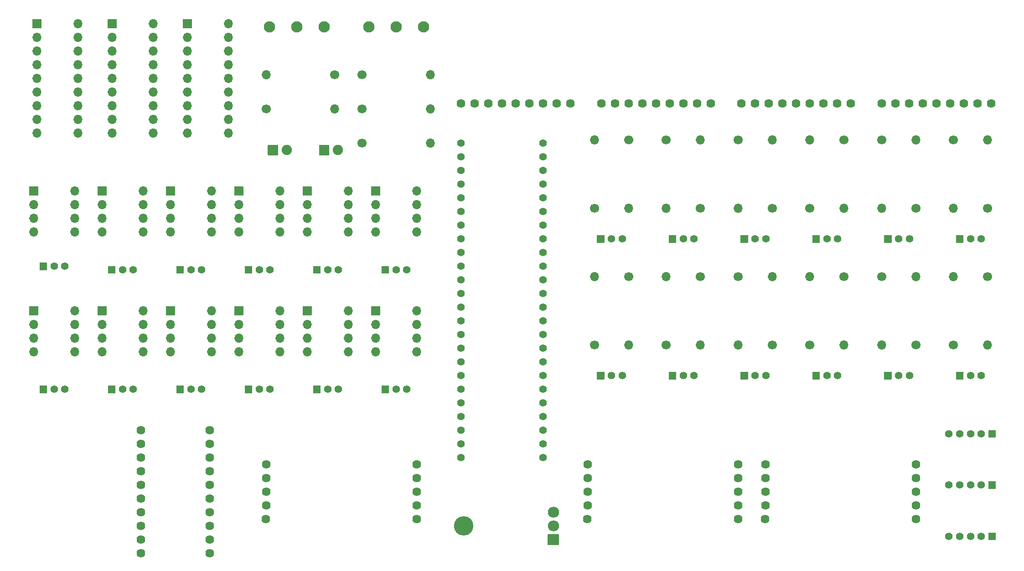
<source format=gbs>
%TF.GenerationSoftware,KiCad,Pcbnew,(5.1.10)-1*%
%TF.CreationDate,2021-07-09T21:45:07-04:00*%
%TF.ProjectId,CaelusPCB,4361656c-7573-4504-9342-2e6b69636164,v02*%
%TF.SameCoordinates,Original*%
%TF.FileFunction,Soldermask,Bot*%
%TF.FilePolarity,Negative*%
%FSLAX46Y46*%
G04 Gerber Fmt 4.6, Leading zero omitted, Abs format (unit mm)*
G04 Created by KiCad (PCBNEW (5.1.10)-1) date 2021-07-09 21:45:07*
%MOMM*%
%LPD*%
G01*
G04 APERTURE LIST*
%ADD10C,1.624000*%
%ADD11C,1.408000*%
%ADD12O,1.700000X1.700000*%
%ADD13C,1.700000*%
%ADD14C,1.900000*%
%ADD15C,1.420800*%
%ADD16O,3.600000X3.600000*%
%ADD17O,2.100000X2.005000*%
%ADD18C,2.100000*%
G04 APERTURE END LIST*
D10*
%TO.C,U56*%
X75167020Y-114235820D03*
X75167020Y-116775820D03*
X75167020Y-119315820D03*
X75167020Y-121855820D03*
X75167020Y-124395820D03*
X75167020Y-126935820D03*
X75167020Y-129475820D03*
X75167020Y-132015820D03*
X75167020Y-134555820D03*
X75167020Y-137095820D03*
X87967020Y-137095820D03*
X87967020Y-134555820D03*
X87967020Y-132015820D03*
X87967020Y-129475820D03*
X87967020Y-126935820D03*
X87967020Y-124395820D03*
X87967020Y-121855820D03*
X87967020Y-119315820D03*
X87967020Y-116775820D03*
X87967020Y-114235820D03*
%TD*%
D11*
%TO.C,J3*%
X225222000Y-124460000D03*
X227228000Y-124460000D03*
X229235000Y-124460000D03*
X231242000Y-124460000D03*
G36*
G01*
X232544000Y-125114000D02*
X232544000Y-123806000D01*
G75*
G02*
X232594000Y-123756000I50000J0D01*
G01*
X233902000Y-123756000D01*
G75*
G02*
X233952000Y-123806000I0J-50000D01*
G01*
X233952000Y-125114000D01*
G75*
G02*
X233902000Y-125164000I-50000J0D01*
G01*
X232594000Y-125164000D01*
G75*
G02*
X232544000Y-125114000I0J50000D01*
G01*
G37*
%TD*%
%TO.C,J2*%
X225222000Y-133985000D03*
X227228000Y-133985000D03*
X229235000Y-133985000D03*
X231242000Y-133985000D03*
G36*
G01*
X232544000Y-134639000D02*
X232544000Y-133331000D01*
G75*
G02*
X232594000Y-133281000I50000J0D01*
G01*
X233902000Y-133281000D01*
G75*
G02*
X233952000Y-133331000I0J-50000D01*
G01*
X233952000Y-134639000D01*
G75*
G02*
X233902000Y-134689000I-50000J0D01*
G01*
X232594000Y-134689000D01*
G75*
G02*
X232544000Y-134639000I0J50000D01*
G01*
G37*
%TD*%
%TO.C,J1*%
X225222000Y-114935000D03*
X227228000Y-114935000D03*
X229235000Y-114935000D03*
X231242000Y-114935000D03*
G36*
G01*
X232544000Y-115589000D02*
X232544000Y-114281000D01*
G75*
G02*
X232594000Y-114231000I50000J0D01*
G01*
X233902000Y-114231000D01*
G75*
G02*
X233952000Y-114281000I0J-50000D01*
G01*
X233952000Y-115589000D01*
G75*
G02*
X233902000Y-115639000I-50000J0D01*
G01*
X232594000Y-115639000D01*
G75*
G02*
X232544000Y-115589000I0J50000D01*
G01*
G37*
%TD*%
D12*
%TO.C,R3*%
X111125000Y-54610000D03*
D13*
X98425000Y-54610000D03*
%TD*%
D12*
%TO.C,R17*%
X128905000Y-60960000D03*
D13*
X116205000Y-60960000D03*
%TD*%
D12*
%TO.C,R10*%
X128905000Y-54610000D03*
D13*
X116205000Y-54610000D03*
%TD*%
D14*
%TO.C,D2*%
X111760000Y-62230000D03*
G36*
G01*
X108270000Y-63130000D02*
X108270000Y-61330000D01*
G75*
G02*
X108320000Y-61280000I50000J0D01*
G01*
X110120000Y-61280000D01*
G75*
G02*
X110170000Y-61330000I0J-50000D01*
G01*
X110170000Y-63130000D01*
G75*
G02*
X110120000Y-63180000I-50000J0D01*
G01*
X108320000Y-63180000D01*
G75*
G02*
X108270000Y-63130000I0J50000D01*
G01*
G37*
%TD*%
%TO.C,D1*%
X102235000Y-62230000D03*
G36*
G01*
X98745000Y-63130000D02*
X98745000Y-61330000D01*
G75*
G02*
X98795000Y-61280000I50000J0D01*
G01*
X100595000Y-61280000D01*
G75*
G02*
X100645000Y-61330000I0J-50000D01*
G01*
X100645000Y-63130000D01*
G75*
G02*
X100595000Y-63180000I-50000J0D01*
G01*
X98795000Y-63180000D01*
G75*
G02*
X98745000Y-63130000I0J50000D01*
G01*
G37*
%TD*%
D15*
%TO.C,U23*%
X149860000Y-60960000D03*
X149860000Y-63500000D03*
X149860000Y-66040000D03*
X149860000Y-68580000D03*
X149860000Y-71120000D03*
X149860000Y-73660000D03*
X149860000Y-76200000D03*
X149860000Y-78740000D03*
X149860000Y-81280000D03*
X149860000Y-83820000D03*
X149860000Y-86360000D03*
X149860000Y-88900000D03*
X149860000Y-91440000D03*
X149860000Y-93980000D03*
X149860000Y-96520000D03*
X149860000Y-99060000D03*
X149860000Y-101600000D03*
X149860000Y-104140000D03*
X149860000Y-106680000D03*
X149860000Y-109220000D03*
X149860000Y-111760000D03*
X149860000Y-114300000D03*
X149860000Y-116840000D03*
X149860000Y-119380000D03*
X134620000Y-60960000D03*
X134620000Y-63500000D03*
X134620000Y-66040000D03*
X134620000Y-68580000D03*
X134620000Y-71120000D03*
X134620000Y-73660000D03*
X134620000Y-76200000D03*
X134620000Y-78740000D03*
X134620000Y-81280000D03*
X134620000Y-83820000D03*
X134620000Y-86360000D03*
X134620000Y-88900000D03*
X134620000Y-91440000D03*
X134620000Y-93980000D03*
X134620000Y-96520000D03*
X134620000Y-99060000D03*
X134620000Y-101600000D03*
X134620000Y-104140000D03*
X134620000Y-106680000D03*
X134620000Y-109220000D03*
X134620000Y-111760000D03*
X134620000Y-114300000D03*
X134620000Y-116840000D03*
X134620000Y-119380000D03*
%TD*%
%TO.C,J27*%
G36*
G01*
X161257000Y-103486000D02*
X161257000Y-104794000D01*
G75*
G02*
X161207000Y-104844000I-50000J0D01*
G01*
X159899000Y-104844000D01*
G75*
G02*
X159849000Y-104794000I0J50000D01*
G01*
X159849000Y-103486000D01*
G75*
G02*
X159899000Y-103436000I50000J0D01*
G01*
X161207000Y-103436000D01*
G75*
G02*
X161257000Y-103486000I0J-50000D01*
G01*
G37*
D11*
X162560000Y-104140000D03*
X164567000Y-104140000D03*
%TD*%
%TO.C,J26*%
G36*
G01*
X174592000Y-103486000D02*
X174592000Y-104794000D01*
G75*
G02*
X174542000Y-104844000I-50000J0D01*
G01*
X173234000Y-104844000D01*
G75*
G02*
X173184000Y-104794000I0J50000D01*
G01*
X173184000Y-103486000D01*
G75*
G02*
X173234000Y-103436000I50000J0D01*
G01*
X174542000Y-103436000D01*
G75*
G02*
X174592000Y-103486000I0J-50000D01*
G01*
G37*
X175895000Y-104140000D03*
X177902000Y-104140000D03*
%TD*%
%TO.C,J25*%
G36*
G01*
X201262000Y-103486000D02*
X201262000Y-104794000D01*
G75*
G02*
X201212000Y-104844000I-50000J0D01*
G01*
X199904000Y-104844000D01*
G75*
G02*
X199854000Y-104794000I0J50000D01*
G01*
X199854000Y-103486000D01*
G75*
G02*
X199904000Y-103436000I50000J0D01*
G01*
X201212000Y-103436000D01*
G75*
G02*
X201262000Y-103486000I0J-50000D01*
G01*
G37*
X202565000Y-104140000D03*
X204572000Y-104140000D03*
%TD*%
%TO.C,J24*%
G36*
G01*
X227932000Y-103486000D02*
X227932000Y-104794000D01*
G75*
G02*
X227882000Y-104844000I-50000J0D01*
G01*
X226574000Y-104844000D01*
G75*
G02*
X226524000Y-104794000I0J50000D01*
G01*
X226524000Y-103486000D01*
G75*
G02*
X226574000Y-103436000I50000J0D01*
G01*
X227882000Y-103436000D01*
G75*
G02*
X227932000Y-103486000I0J-50000D01*
G01*
G37*
X229235000Y-104140000D03*
X231242000Y-104140000D03*
%TD*%
%TO.C,J23*%
G36*
G01*
X201262000Y-78086000D02*
X201262000Y-79394000D01*
G75*
G02*
X201212000Y-79444000I-50000J0D01*
G01*
X199904000Y-79444000D01*
G75*
G02*
X199854000Y-79394000I0J50000D01*
G01*
X199854000Y-78086000D01*
G75*
G02*
X199904000Y-78036000I50000J0D01*
G01*
X201212000Y-78036000D01*
G75*
G02*
X201262000Y-78086000I0J-50000D01*
G01*
G37*
X202565000Y-78740000D03*
X204572000Y-78740000D03*
%TD*%
%TO.C,J22*%
G36*
G01*
X161257000Y-78086000D02*
X161257000Y-79394000D01*
G75*
G02*
X161207000Y-79444000I-50000J0D01*
G01*
X159899000Y-79444000D01*
G75*
G02*
X159849000Y-79394000I0J50000D01*
G01*
X159849000Y-78086000D01*
G75*
G02*
X159899000Y-78036000I50000J0D01*
G01*
X161207000Y-78036000D01*
G75*
G02*
X161257000Y-78086000I0J-50000D01*
G01*
G37*
X162560000Y-78740000D03*
X164567000Y-78740000D03*
%TD*%
%TO.C,J21*%
G36*
G01*
X227932000Y-78086000D02*
X227932000Y-79394000D01*
G75*
G02*
X227882000Y-79444000I-50000J0D01*
G01*
X226574000Y-79444000D01*
G75*
G02*
X226524000Y-79394000I0J50000D01*
G01*
X226524000Y-78086000D01*
G75*
G02*
X226574000Y-78036000I50000J0D01*
G01*
X227882000Y-78036000D01*
G75*
G02*
X227932000Y-78086000I0J-50000D01*
G01*
G37*
X229235000Y-78740000D03*
X231242000Y-78740000D03*
%TD*%
%TO.C,J20*%
G36*
G01*
X187927000Y-103486000D02*
X187927000Y-104794000D01*
G75*
G02*
X187877000Y-104844000I-50000J0D01*
G01*
X186569000Y-104844000D01*
G75*
G02*
X186519000Y-104794000I0J50000D01*
G01*
X186519000Y-103486000D01*
G75*
G02*
X186569000Y-103436000I50000J0D01*
G01*
X187877000Y-103436000D01*
G75*
G02*
X187927000Y-103486000I0J-50000D01*
G01*
G37*
X189230000Y-104140000D03*
X191237000Y-104140000D03*
%TD*%
%TO.C,J19*%
G36*
G01*
X214597000Y-103486000D02*
X214597000Y-104794000D01*
G75*
G02*
X214547000Y-104844000I-50000J0D01*
G01*
X213239000Y-104844000D01*
G75*
G02*
X213189000Y-104794000I0J50000D01*
G01*
X213189000Y-103486000D01*
G75*
G02*
X213239000Y-103436000I50000J0D01*
G01*
X214547000Y-103436000D01*
G75*
G02*
X214597000Y-103486000I0J-50000D01*
G01*
G37*
X215900000Y-104140000D03*
X217907000Y-104140000D03*
%TD*%
%TO.C,J18*%
G36*
G01*
X214597000Y-78086000D02*
X214597000Y-79394000D01*
G75*
G02*
X214547000Y-79444000I-50000J0D01*
G01*
X213239000Y-79444000D01*
G75*
G02*
X213189000Y-79394000I0J50000D01*
G01*
X213189000Y-78086000D01*
G75*
G02*
X213239000Y-78036000I50000J0D01*
G01*
X214547000Y-78036000D01*
G75*
G02*
X214597000Y-78086000I0J-50000D01*
G01*
G37*
X215900000Y-78740000D03*
X217907000Y-78740000D03*
%TD*%
%TO.C,J17*%
G36*
G01*
X187927000Y-78086000D02*
X187927000Y-79394000D01*
G75*
G02*
X187877000Y-79444000I-50000J0D01*
G01*
X186569000Y-79444000D01*
G75*
G02*
X186519000Y-79394000I0J50000D01*
G01*
X186519000Y-78086000D01*
G75*
G02*
X186569000Y-78036000I50000J0D01*
G01*
X187877000Y-78036000D01*
G75*
G02*
X187927000Y-78086000I0J-50000D01*
G01*
G37*
X189230000Y-78740000D03*
X191237000Y-78740000D03*
%TD*%
%TO.C,J16*%
G36*
G01*
X174592000Y-78086000D02*
X174592000Y-79394000D01*
G75*
G02*
X174542000Y-79444000I-50000J0D01*
G01*
X173234000Y-79444000D01*
G75*
G02*
X173184000Y-79394000I0J50000D01*
G01*
X173184000Y-78086000D01*
G75*
G02*
X173234000Y-78036000I50000J0D01*
G01*
X174542000Y-78036000D01*
G75*
G02*
X174592000Y-78086000I0J-50000D01*
G01*
G37*
X175895000Y-78740000D03*
X177902000Y-78740000D03*
%TD*%
%TO.C,J15*%
X61062000Y-106680000D03*
X59055000Y-106680000D03*
G36*
G01*
X57752000Y-106026000D02*
X57752000Y-107334000D01*
G75*
G02*
X57702000Y-107384000I-50000J0D01*
G01*
X56394000Y-107384000D01*
G75*
G02*
X56344000Y-107334000I0J50000D01*
G01*
X56344000Y-106026000D01*
G75*
G02*
X56394000Y-105976000I50000J0D01*
G01*
X57702000Y-105976000D01*
G75*
G02*
X57752000Y-106026000I0J-50000D01*
G01*
G37*
%TD*%
%TO.C,J14*%
X124562000Y-106680000D03*
X122555000Y-106680000D03*
G36*
G01*
X121252000Y-106026000D02*
X121252000Y-107334000D01*
G75*
G02*
X121202000Y-107384000I-50000J0D01*
G01*
X119894000Y-107384000D01*
G75*
G02*
X119844000Y-107334000I0J50000D01*
G01*
X119844000Y-106026000D01*
G75*
G02*
X119894000Y-105976000I50000J0D01*
G01*
X121202000Y-105976000D01*
G75*
G02*
X121252000Y-106026000I0J-50000D01*
G01*
G37*
%TD*%
%TO.C,J13*%
X111862000Y-106680000D03*
X109855000Y-106680000D03*
G36*
G01*
X108552000Y-106026000D02*
X108552000Y-107334000D01*
G75*
G02*
X108502000Y-107384000I-50000J0D01*
G01*
X107194000Y-107384000D01*
G75*
G02*
X107144000Y-107334000I0J50000D01*
G01*
X107144000Y-106026000D01*
G75*
G02*
X107194000Y-105976000I50000J0D01*
G01*
X108502000Y-105976000D01*
G75*
G02*
X108552000Y-106026000I0J-50000D01*
G01*
G37*
%TD*%
%TO.C,J12*%
X99162000Y-106680000D03*
X97155000Y-106680000D03*
G36*
G01*
X95852000Y-106026000D02*
X95852000Y-107334000D01*
G75*
G02*
X95802000Y-107384000I-50000J0D01*
G01*
X94494000Y-107384000D01*
G75*
G02*
X94444000Y-107334000I0J50000D01*
G01*
X94444000Y-106026000D01*
G75*
G02*
X94494000Y-105976000I50000J0D01*
G01*
X95802000Y-105976000D01*
G75*
G02*
X95852000Y-106026000I0J-50000D01*
G01*
G37*
%TD*%
%TO.C,J11*%
X86462000Y-106680000D03*
X84455000Y-106680000D03*
G36*
G01*
X83152000Y-106026000D02*
X83152000Y-107334000D01*
G75*
G02*
X83102000Y-107384000I-50000J0D01*
G01*
X81794000Y-107384000D01*
G75*
G02*
X81744000Y-107334000I0J50000D01*
G01*
X81744000Y-106026000D01*
G75*
G02*
X81794000Y-105976000I50000J0D01*
G01*
X83102000Y-105976000D01*
G75*
G02*
X83152000Y-106026000I0J-50000D01*
G01*
G37*
%TD*%
%TO.C,J10*%
X73762000Y-106680000D03*
X71755000Y-106680000D03*
G36*
G01*
X70452000Y-106026000D02*
X70452000Y-107334000D01*
G75*
G02*
X70402000Y-107384000I-50000J0D01*
G01*
X69094000Y-107384000D01*
G75*
G02*
X69044000Y-107334000I0J50000D01*
G01*
X69044000Y-106026000D01*
G75*
G02*
X69094000Y-105976000I50000J0D01*
G01*
X70402000Y-105976000D01*
G75*
G02*
X70452000Y-106026000I0J-50000D01*
G01*
G37*
%TD*%
%TO.C,J9*%
X73762000Y-84455000D03*
X71755000Y-84455000D03*
G36*
G01*
X70452000Y-83801000D02*
X70452000Y-85109000D01*
G75*
G02*
X70402000Y-85159000I-50000J0D01*
G01*
X69094000Y-85159000D01*
G75*
G02*
X69044000Y-85109000I0J50000D01*
G01*
X69044000Y-83801000D01*
G75*
G02*
X69094000Y-83751000I50000J0D01*
G01*
X70402000Y-83751000D01*
G75*
G02*
X70452000Y-83801000I0J-50000D01*
G01*
G37*
%TD*%
%TO.C,J8*%
X61062000Y-83820000D03*
X59055000Y-83820000D03*
G36*
G01*
X57752000Y-83166000D02*
X57752000Y-84474000D01*
G75*
G02*
X57702000Y-84524000I-50000J0D01*
G01*
X56394000Y-84524000D01*
G75*
G02*
X56344000Y-84474000I0J50000D01*
G01*
X56344000Y-83166000D01*
G75*
G02*
X56394000Y-83116000I50000J0D01*
G01*
X57702000Y-83116000D01*
G75*
G02*
X57752000Y-83166000I0J-50000D01*
G01*
G37*
%TD*%
%TO.C,J7*%
X86462000Y-84455000D03*
X84455000Y-84455000D03*
G36*
G01*
X83152000Y-83801000D02*
X83152000Y-85109000D01*
G75*
G02*
X83102000Y-85159000I-50000J0D01*
G01*
X81794000Y-85159000D01*
G75*
G02*
X81744000Y-85109000I0J50000D01*
G01*
X81744000Y-83801000D01*
G75*
G02*
X81794000Y-83751000I50000J0D01*
G01*
X83102000Y-83751000D01*
G75*
G02*
X83152000Y-83801000I0J-50000D01*
G01*
G37*
%TD*%
%TO.C,J6*%
X99162000Y-84455000D03*
X97155000Y-84455000D03*
G36*
G01*
X95852000Y-83801000D02*
X95852000Y-85109000D01*
G75*
G02*
X95802000Y-85159000I-50000J0D01*
G01*
X94494000Y-85159000D01*
G75*
G02*
X94444000Y-85109000I0J50000D01*
G01*
X94444000Y-83801000D01*
G75*
G02*
X94494000Y-83751000I50000J0D01*
G01*
X95802000Y-83751000D01*
G75*
G02*
X95852000Y-83801000I0J-50000D01*
G01*
G37*
%TD*%
%TO.C,J5*%
X111862000Y-84455000D03*
X109855000Y-84455000D03*
G36*
G01*
X108552000Y-83801000D02*
X108552000Y-85109000D01*
G75*
G02*
X108502000Y-85159000I-50000J0D01*
G01*
X107194000Y-85159000D01*
G75*
G02*
X107144000Y-85109000I0J50000D01*
G01*
X107144000Y-83801000D01*
G75*
G02*
X107194000Y-83751000I50000J0D01*
G01*
X108502000Y-83751000D01*
G75*
G02*
X108552000Y-83801000I0J-50000D01*
G01*
G37*
%TD*%
%TO.C,J4*%
X124562000Y-84455000D03*
X122555000Y-84455000D03*
G36*
G01*
X121252000Y-83801000D02*
X121252000Y-85109000D01*
G75*
G02*
X121202000Y-85159000I-50000J0D01*
G01*
X119894000Y-85159000D01*
G75*
G02*
X119844000Y-85109000I0J50000D01*
G01*
X119844000Y-83801000D01*
G75*
G02*
X119894000Y-83751000I50000J0D01*
G01*
X121202000Y-83751000D01*
G75*
G02*
X121252000Y-83801000I0J-50000D01*
G01*
G37*
%TD*%
D10*
%TO.C,U1*%
X160655000Y-53594000D03*
X163195000Y-53594000D03*
X165735000Y-53594000D03*
X168275000Y-53594000D03*
X170815000Y-53594000D03*
X173355000Y-53594000D03*
X175895000Y-53594000D03*
X178435000Y-53594000D03*
X180975000Y-53594000D03*
%TD*%
%TO.C,U18*%
X207010000Y-53594000D03*
X204470000Y-53594000D03*
X201930000Y-53594000D03*
X199390000Y-53594000D03*
X196850000Y-53594000D03*
X194310000Y-53594000D03*
X191770000Y-53594000D03*
X189230000Y-53594000D03*
X186690000Y-53594000D03*
%TD*%
D12*
%TO.C,U22*%
X100965000Y-92075000D03*
X93345000Y-99695000D03*
X100965000Y-94615000D03*
X93345000Y-97155000D03*
X100965000Y-97155000D03*
X93345000Y-94615000D03*
X100965000Y-99695000D03*
G36*
G01*
X92495000Y-92875000D02*
X92495000Y-91275000D01*
G75*
G02*
X92545000Y-91225000I50000J0D01*
G01*
X94145000Y-91225000D01*
G75*
G02*
X94195000Y-91275000I0J-50000D01*
G01*
X94195000Y-92875000D01*
G75*
G02*
X94145000Y-92925000I-50000J0D01*
G01*
X92545000Y-92925000D01*
G75*
G02*
X92495000Y-92875000I0J50000D01*
G01*
G37*
%TD*%
D10*
%TO.C,U15*%
X134620000Y-53594000D03*
X137160000Y-53594000D03*
X139700000Y-53594000D03*
X142240000Y-53594000D03*
X144780000Y-53594000D03*
X147320000Y-53594000D03*
X149860000Y-53594000D03*
X152400000Y-53594000D03*
X154940000Y-53594000D03*
%TD*%
%TO.C,U58*%
G36*
G01*
X79795000Y-92875000D02*
X79795000Y-91275000D01*
G75*
G02*
X79845000Y-91225000I50000J0D01*
G01*
X81445000Y-91225000D01*
G75*
G02*
X81495000Y-91275000I0J-50000D01*
G01*
X81495000Y-92875000D01*
G75*
G02*
X81445000Y-92925000I-50000J0D01*
G01*
X79845000Y-92925000D01*
G75*
G02*
X79795000Y-92875000I0J50000D01*
G01*
G37*
D12*
X88265000Y-99695000D03*
X80645000Y-94615000D03*
X88265000Y-97155000D03*
X80645000Y-97155000D03*
X88265000Y-94615000D03*
X80645000Y-99695000D03*
X88265000Y-92075000D03*
%TD*%
D10*
%TO.C,U33*%
X233045000Y-53594000D03*
X230505000Y-53594000D03*
X227965000Y-53594000D03*
X225425000Y-53594000D03*
X222885000Y-53594000D03*
X220345000Y-53594000D03*
X217805000Y-53594000D03*
X215265000Y-53594000D03*
X212725000Y-53594000D03*
%TD*%
%TO.C,U54*%
G36*
G01*
X67095000Y-92875000D02*
X67095000Y-91275000D01*
G75*
G02*
X67145000Y-91225000I50000J0D01*
G01*
X68745000Y-91225000D01*
G75*
G02*
X68795000Y-91275000I0J-50000D01*
G01*
X68795000Y-92875000D01*
G75*
G02*
X68745000Y-92925000I-50000J0D01*
G01*
X67145000Y-92925000D01*
G75*
G02*
X67095000Y-92875000I0J50000D01*
G01*
G37*
D12*
X75565000Y-99695000D03*
X67945000Y-94615000D03*
X75565000Y-97155000D03*
X67945000Y-97155000D03*
X75565000Y-94615000D03*
X67945000Y-99695000D03*
X75565000Y-92075000D03*
%TD*%
D10*
%TO.C,U46*%
X158115000Y-123190000D03*
X158115000Y-125730000D03*
X158115000Y-128270000D03*
X158105000Y-130810000D03*
X158115000Y-120650000D03*
X186055000Y-120650000D03*
X186055000Y-123190000D03*
X186055000Y-125730000D03*
X186055000Y-128270000D03*
X186055000Y-130810000D03*
%TD*%
D12*
%TO.C,R1*%
X128905000Y-48260000D03*
D13*
X116205000Y-48260000D03*
%TD*%
%TO.C,R2*%
X111125000Y-48260000D03*
D12*
X98425000Y-48260000D03*
%TD*%
%TO.C,R4*%
X219075000Y-60325000D03*
D13*
X219075000Y-73025000D03*
%TD*%
D12*
%TO.C,R5*%
X219075000Y-85725000D03*
D13*
X219075000Y-98425000D03*
%TD*%
%TO.C,R6*%
X179070000Y-73025000D03*
D12*
X179070000Y-60325000D03*
%TD*%
%TO.C,R7*%
X192405000Y-60325000D03*
D13*
X192405000Y-73025000D03*
%TD*%
D12*
%TO.C,R8*%
X232410000Y-60325000D03*
D13*
X232410000Y-73025000D03*
%TD*%
%TO.C,R9*%
X192405000Y-98425000D03*
D12*
X192405000Y-85725000D03*
%TD*%
D13*
%TO.C,R11*%
X186055000Y-60325000D03*
D12*
X186055000Y-73025000D03*
%TD*%
D13*
%TO.C,R12*%
X212725000Y-60325000D03*
D12*
X212725000Y-73025000D03*
%TD*%
D13*
%TO.C,R13*%
X212725000Y-85725000D03*
D12*
X212725000Y-98425000D03*
%TD*%
D13*
%TO.C,R14*%
X226060000Y-60325000D03*
D12*
X226060000Y-73025000D03*
%TD*%
%TO.C,R15*%
X172720000Y-73025000D03*
D13*
X172720000Y-60325000D03*
%TD*%
D12*
%TO.C,R16*%
X186055000Y-98425000D03*
D13*
X186055000Y-85725000D03*
%TD*%
%TO.C,R19*%
X159385000Y-73025000D03*
D12*
X159385000Y-60325000D03*
%TD*%
%TO.C,R20*%
X199390000Y-60325000D03*
D13*
X199390000Y-73025000D03*
%TD*%
D12*
%TO.C,R21*%
X226060000Y-85725000D03*
D13*
X226060000Y-98425000D03*
%TD*%
D12*
%TO.C,R22*%
X199390000Y-85725000D03*
D13*
X199390000Y-98425000D03*
%TD*%
%TO.C,R23*%
X172720000Y-98425000D03*
D12*
X172720000Y-85725000D03*
%TD*%
D13*
%TO.C,R24*%
X159385000Y-98425000D03*
D12*
X159385000Y-85725000D03*
%TD*%
%TO.C,R26*%
X165735000Y-73025000D03*
D13*
X165735000Y-60325000D03*
%TD*%
%TO.C,R27*%
X205740000Y-60325000D03*
D12*
X205740000Y-73025000D03*
%TD*%
D13*
%TO.C,R28*%
X232410000Y-85725000D03*
D12*
X232410000Y-98425000D03*
%TD*%
%TO.C,R29*%
X205740000Y-98425000D03*
D13*
X205740000Y-85725000D03*
%TD*%
D12*
%TO.C,R30*%
X179070000Y-98425000D03*
D13*
X179070000Y-85725000D03*
%TD*%
D12*
%TO.C,R31*%
X165735000Y-98425000D03*
D13*
X165735000Y-85725000D03*
%TD*%
D16*
%TO.C,U3*%
X135105000Y-132080000D03*
G36*
G01*
X152765000Y-135622500D02*
X150765000Y-135622500D01*
G75*
G02*
X150715000Y-135572500I0J50000D01*
G01*
X150715000Y-133667500D01*
G75*
G02*
X150765000Y-133617500I50000J0D01*
G01*
X152765000Y-133617500D01*
G75*
G02*
X152815000Y-133667500I0J-50000D01*
G01*
X152815000Y-135572500D01*
G75*
G02*
X152765000Y-135622500I-50000J0D01*
G01*
G37*
D17*
X151765000Y-132080000D03*
X151765000Y-129540000D03*
%TD*%
D18*
%TO.C,U16*%
X117475000Y-39370000D03*
X122555000Y-39370000D03*
X127635000Y-39370000D03*
%TD*%
%TO.C,U17*%
X109220000Y-39370000D03*
X104140000Y-39370000D03*
X99060000Y-39370000D03*
%TD*%
%TO.C,U19*%
G36*
G01*
X82970000Y-39535000D02*
X82970000Y-37935000D01*
G75*
G02*
X83020000Y-37885000I50000J0D01*
G01*
X84620000Y-37885000D01*
G75*
G02*
X84670000Y-37935000I0J-50000D01*
G01*
X84670000Y-39535000D01*
G75*
G02*
X84620000Y-39585000I-50000J0D01*
G01*
X83020000Y-39585000D01*
G75*
G02*
X82970000Y-39535000I0J50000D01*
G01*
G37*
D12*
X91440000Y-59055000D03*
X83820000Y-41275000D03*
X91440000Y-56515000D03*
X83820000Y-43815000D03*
X91440000Y-53975000D03*
X83820000Y-46355000D03*
X91440000Y-51435000D03*
X83820000Y-48895000D03*
X91440000Y-48895000D03*
X83820000Y-51435000D03*
X91440000Y-46355000D03*
X83820000Y-53975000D03*
X91440000Y-43815000D03*
X83820000Y-56515000D03*
X91440000Y-41275000D03*
X83820000Y-59055000D03*
X91440000Y-38735000D03*
%TD*%
%TO.C,U20*%
G36*
G01*
X117895000Y-70650000D02*
X117895000Y-69050000D01*
G75*
G02*
X117945000Y-69000000I50000J0D01*
G01*
X119545000Y-69000000D01*
G75*
G02*
X119595000Y-69050000I0J-50000D01*
G01*
X119595000Y-70650000D01*
G75*
G02*
X119545000Y-70700000I-50000J0D01*
G01*
X117945000Y-70700000D01*
G75*
G02*
X117895000Y-70650000I0J50000D01*
G01*
G37*
X126365000Y-77470000D03*
X118745000Y-72390000D03*
X126365000Y-74930000D03*
X118745000Y-74930000D03*
X126365000Y-72390000D03*
X118745000Y-77470000D03*
X126365000Y-69850000D03*
%TD*%
%TO.C,U21*%
X88265000Y-69850000D03*
X80645000Y-77470000D03*
X88265000Y-72390000D03*
X80645000Y-74930000D03*
X88265000Y-74930000D03*
X80645000Y-72390000D03*
X88265000Y-77470000D03*
G36*
G01*
X79795000Y-70650000D02*
X79795000Y-69050000D01*
G75*
G02*
X79845000Y-69000000I50000J0D01*
G01*
X81445000Y-69000000D01*
G75*
G02*
X81495000Y-69050000I0J-50000D01*
G01*
X81495000Y-70650000D01*
G75*
G02*
X81445000Y-70700000I-50000J0D01*
G01*
X79845000Y-70700000D01*
G75*
G02*
X79795000Y-70650000I0J50000D01*
G01*
G37*
%TD*%
D10*
%TO.C,U25*%
X98425000Y-123190000D03*
X98425000Y-125730000D03*
X98425000Y-128270000D03*
X98415000Y-130810000D03*
X98425000Y-120650000D03*
X126365000Y-120650000D03*
X126365000Y-123190000D03*
X126365000Y-125730000D03*
X126365000Y-128270000D03*
X126365000Y-130810000D03*
%TD*%
%TO.C,U34*%
G36*
G01*
X55030000Y-39535000D02*
X55030000Y-37935000D01*
G75*
G02*
X55080000Y-37885000I50000J0D01*
G01*
X56680000Y-37885000D01*
G75*
G02*
X56730000Y-37935000I0J-50000D01*
G01*
X56730000Y-39535000D01*
G75*
G02*
X56680000Y-39585000I-50000J0D01*
G01*
X55080000Y-39585000D01*
G75*
G02*
X55030000Y-39535000I0J50000D01*
G01*
G37*
D12*
X63500000Y-59055000D03*
X55880000Y-41275000D03*
X63500000Y-56515000D03*
X55880000Y-43815000D03*
X63500000Y-53975000D03*
X55880000Y-46355000D03*
X63500000Y-51435000D03*
X55880000Y-48895000D03*
X63500000Y-48895000D03*
X55880000Y-51435000D03*
X63500000Y-46355000D03*
X55880000Y-53975000D03*
X63500000Y-43815000D03*
X55880000Y-56515000D03*
X63500000Y-41275000D03*
X55880000Y-59055000D03*
X63500000Y-38735000D03*
%TD*%
D10*
%TO.C,U36*%
X219075000Y-130810000D03*
X219075000Y-128270000D03*
X219075000Y-125730000D03*
X219075000Y-123190000D03*
X219075000Y-120650000D03*
X191135000Y-120650000D03*
X191125000Y-130810000D03*
X191135000Y-128270000D03*
X191135000Y-125730000D03*
X191135000Y-123190000D03*
%TD*%
D12*
%TO.C,U44*%
X113665000Y-69850000D03*
X106045000Y-77470000D03*
X113665000Y-72390000D03*
X106045000Y-74930000D03*
X113665000Y-74930000D03*
X106045000Y-72390000D03*
X113665000Y-77470000D03*
G36*
G01*
X105195000Y-70650000D02*
X105195000Y-69050000D01*
G75*
G02*
X105245000Y-69000000I50000J0D01*
G01*
X106845000Y-69000000D01*
G75*
G02*
X106895000Y-69050000I0J-50000D01*
G01*
X106895000Y-70650000D01*
G75*
G02*
X106845000Y-70700000I-50000J0D01*
G01*
X105245000Y-70700000D01*
G75*
G02*
X105195000Y-70650000I0J50000D01*
G01*
G37*
%TD*%
%TO.C,U48*%
G36*
G01*
X54395000Y-70650000D02*
X54395000Y-69050000D01*
G75*
G02*
X54445000Y-69000000I50000J0D01*
G01*
X56045000Y-69000000D01*
G75*
G02*
X56095000Y-69050000I0J-50000D01*
G01*
X56095000Y-70650000D01*
G75*
G02*
X56045000Y-70700000I-50000J0D01*
G01*
X54445000Y-70700000D01*
G75*
G02*
X54395000Y-70650000I0J50000D01*
G01*
G37*
X62865000Y-77470000D03*
X55245000Y-72390000D03*
X62865000Y-74930000D03*
X55245000Y-74930000D03*
X62865000Y-72390000D03*
X55245000Y-77470000D03*
X62865000Y-69850000D03*
%TD*%
%TO.C,U49*%
G36*
G01*
X105195000Y-92875000D02*
X105195000Y-91275000D01*
G75*
G02*
X105245000Y-91225000I50000J0D01*
G01*
X106845000Y-91225000D01*
G75*
G02*
X106895000Y-91275000I0J-50000D01*
G01*
X106895000Y-92875000D01*
G75*
G02*
X106845000Y-92925000I-50000J0D01*
G01*
X105245000Y-92925000D01*
G75*
G02*
X105195000Y-92875000I0J50000D01*
G01*
G37*
X113665000Y-99695000D03*
X106045000Y-94615000D03*
X113665000Y-97155000D03*
X106045000Y-97155000D03*
X113665000Y-94615000D03*
X106045000Y-99695000D03*
X113665000Y-92075000D03*
%TD*%
%TO.C,U50*%
X77470000Y-38735000D03*
X69850000Y-59055000D03*
X77470000Y-41275000D03*
X69850000Y-56515000D03*
X77470000Y-43815000D03*
X69850000Y-53975000D03*
X77470000Y-46355000D03*
X69850000Y-51435000D03*
X77470000Y-48895000D03*
X69850000Y-48895000D03*
X77470000Y-51435000D03*
X69850000Y-46355000D03*
X77470000Y-53975000D03*
X69850000Y-43815000D03*
X77470000Y-56515000D03*
X69850000Y-41275000D03*
X77470000Y-59055000D03*
G36*
G01*
X69000000Y-39535000D02*
X69000000Y-37935000D01*
G75*
G02*
X69050000Y-37885000I50000J0D01*
G01*
X70650000Y-37885000D01*
G75*
G02*
X70700000Y-37935000I0J-50000D01*
G01*
X70700000Y-39535000D01*
G75*
G02*
X70650000Y-39585000I-50000J0D01*
G01*
X69050000Y-39585000D01*
G75*
G02*
X69000000Y-39535000I0J50000D01*
G01*
G37*
%TD*%
%TO.C,U51*%
G36*
G01*
X92495000Y-70650000D02*
X92495000Y-69050000D01*
G75*
G02*
X92545000Y-69000000I50000J0D01*
G01*
X94145000Y-69000000D01*
G75*
G02*
X94195000Y-69050000I0J-50000D01*
G01*
X94195000Y-70650000D01*
G75*
G02*
X94145000Y-70700000I-50000J0D01*
G01*
X92545000Y-70700000D01*
G75*
G02*
X92495000Y-70650000I0J50000D01*
G01*
G37*
X100965000Y-77470000D03*
X93345000Y-72390000D03*
X100965000Y-74930000D03*
X93345000Y-74930000D03*
X100965000Y-72390000D03*
X93345000Y-77470000D03*
X100965000Y-69850000D03*
%TD*%
%TO.C,U52*%
X75565000Y-69850000D03*
X67945000Y-77470000D03*
X75565000Y-72390000D03*
X67945000Y-74930000D03*
X75565000Y-74930000D03*
X67945000Y-72390000D03*
X75565000Y-77470000D03*
G36*
G01*
X67095000Y-70650000D02*
X67095000Y-69050000D01*
G75*
G02*
X67145000Y-69000000I50000J0D01*
G01*
X68745000Y-69000000D01*
G75*
G02*
X68795000Y-69050000I0J-50000D01*
G01*
X68795000Y-70650000D01*
G75*
G02*
X68745000Y-70700000I-50000J0D01*
G01*
X67145000Y-70700000D01*
G75*
G02*
X67095000Y-70650000I0J50000D01*
G01*
G37*
%TD*%
%TO.C,U53*%
X126365000Y-92075000D03*
X118745000Y-99695000D03*
X126365000Y-94615000D03*
X118745000Y-97155000D03*
X126365000Y-97155000D03*
X118745000Y-94615000D03*
X126365000Y-99695000D03*
G36*
G01*
X117895000Y-92875000D02*
X117895000Y-91275000D01*
G75*
G02*
X117945000Y-91225000I50000J0D01*
G01*
X119545000Y-91225000D01*
G75*
G02*
X119595000Y-91275000I0J-50000D01*
G01*
X119595000Y-92875000D01*
G75*
G02*
X119545000Y-92925000I-50000J0D01*
G01*
X117945000Y-92925000D01*
G75*
G02*
X117895000Y-92875000I0J50000D01*
G01*
G37*
%TD*%
%TO.C,U55*%
X62865000Y-92075000D03*
X55245000Y-99695000D03*
X62865000Y-94615000D03*
X55245000Y-97155000D03*
X62865000Y-97155000D03*
X55245000Y-94615000D03*
X62865000Y-99695000D03*
G36*
G01*
X54395000Y-92875000D02*
X54395000Y-91275000D01*
G75*
G02*
X54445000Y-91225000I50000J0D01*
G01*
X56045000Y-91225000D01*
G75*
G02*
X56095000Y-91275000I0J-50000D01*
G01*
X56095000Y-92875000D01*
G75*
G02*
X56045000Y-92925000I-50000J0D01*
G01*
X54445000Y-92925000D01*
G75*
G02*
X54395000Y-92875000I0J50000D01*
G01*
G37*
%TD*%
M02*

</source>
